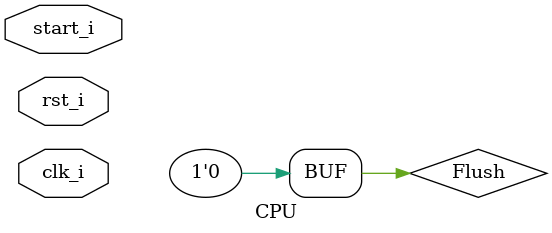
<source format=v>
module CPU
(
    clk_i, 
    rst_i,
    start_i
);

// Ports
input               clk_i;
input               rst_i;
input               start_i;

// ========================================

// PC
wire    [31:0]      pc_i;
wire    [31:0]      pc_o;

// Instruction
wire    [31:0]      IF_instruction;
wire    [31:0]      ID_instruction;
wire    [6:0]       ID_funct7;
wire    [2:0]       ID_funct3;
wire    [6:0]       ID_opcode;
wire    [4:0]       ID_RS1addr;
wire    [4:0]       ID_RS2addr;
wire    [4:0]       ID_RDaddr;
wire    [9:0]       ID_funct;
wire    [9:0]       EX_funct;
wire    [4:0]       EX_RDaddr;
wire    [4:0]       MEM_RDaddr;
wire    [4:0]       WB_RDaddr;

// Control signals
wire                ID_RegWrite;
wire                ID_MemtoReg;
wire                ID_MemRead;
wire                ID_MemWrite;
wire    [1:0]       ID_ALUOp;
wire                ID_ALUSrc;
wire                EX_RegWrite;
wire                EX_MemtoReg;
wire                EX_MemRead;
wire                EX_MemWrite;
wire    [1:0]       EX_ALUOp;
wire                EX_ALUSrc;
wire                MEM_RegWrite;
wire                MEM_MemtoReg;
wire                MEM_MemRead;
wire                MEM_MemWrite;
wire                WB_RegWrite;
wire                WB_MemtoReg;

// Register file
wire    [31:0]      ID_RS1data;
wire    [31:0]      ID_RS2data;
wire    [31:0]      EX_RS1data;
wire    [31:0]      EX_RS2data;
wire    [31:0]      MEM_RS2data;
wire    [31:0]      RDdata;

// Sign Extend
wire    [31:0]      ID_immediate;
wire    [31:0]      EX_immediate;

// Mux (One of ALU input)
wire    [31:0]      ALUInput2;

// ALU Control
wire    [2:0]       ALUCtrl;

// ALU
wire    [31:0]      EX_ALUResult;
wire    [31:0]      MEM_ALUResult;
wire    [31:0]      WB_ALUResult;

// Data Memory
wire    [31:0]      MEM_MemData;
wire    [31:0]      WB_MemData;

// Flush
wire                Flush;
assign Flush = 0;

// ========================================

// Instruction wire assignments
assign ID_funct7 = ID_instruction[31:25];
assign ID_RS2addr = ID_instruction[24:20];
assign ID_RS1addr = ID_instruction[19:15];
assign ID_funct3 = ID_instruction[14:12];
assign ID_RDaddr = ID_instruction[11:7];
assign ID_opcode = ID_instruction[6:0];
assign ID_funct = {ID_funct7, ID_funct3};

// ========================================
// Parameters

parameter OP_RTYPE = 7'b0110011;
parameter OP_ITYPE = 7'b0010011;
parameter OP_LOAD = 7'b0000011;
parameter OP_STORE = 7'b0100011;
parameter OP_BRANCH = 7'b1100011;

// ========================================
// Pipeline registers

IF_ID_Registers IF_ID_Registers(
    .clk_i          (clk_i),
    .rst_i          (rst_i),
    .instruction_i  (IF_instruction),
    .instruction_o  (ID_instruction)
);

ID_EX_Registers ID_EX_Registers (
    .clk_i          (clk_i),
    .rst_i          (rst_i),
    .RegWrite_i     (ID_RegWrite),
    .MemtoReg_i     (ID_MemtoReg),
    .MemRead_i      (ID_MemRead),
    .MemWrite_i     (ID_MemWrite),
    .ALUOp_i        (ID_ALUOp),
    .ALUSrc_i       (ID_ALUSrc),
    .RS1data_i      (ID_RS1data),
    .RS2data_i      (ID_RS2data),
    .immediate_i    (ID_immediate),
    .funct_i        (ID_funct),
    .RDaddr_i       (ID_RDaddr),
    .RegWrite_o     (EX_RegWrite),
    .MemtoReg_o     (EX_MemtoReg),
    .MemRead_o      (EX_MemRead),
    .MemWrite_o     (EX_MemWrite),
    .ALUOp_o        (EX_ALUOp),
    .ALUSrc_o       (EX_ALUSrc),
    .RS1data_o      (EX_RS1data),
    .RS2data_o      (EX_RS2data),
    .immediate_o    (EX_immediate),
    .funct_o        (EX_funct),
    .RDaddr_o       (EX_RDaddr)
);

EX_MEM_Registers EX_MEM_Registers (
    .clk_i          (clk_i),
    .rst_i          (rst_i),
    .RegWrite_i     (EX_RegWrite),
    .MemtoReg_i     (EX_MemtoReg),
    .MemRead_i      (EX_MemRead),
    .MemWrite_i     (EX_MemWrite),
    .ALUResult_i    (EX_ALUResult),
    .RS2data_i      (EX_RS2data),
    .RDaddr_i       (EX_RDaddr),
    .RegWrite_o     (MEM_RegWrite),
    .MemtoReg_o     (MEM_MemtoReg),
    .MemRead_o      (MEM_MemRead),
    .MemWrite_o     (MEM_MemWrite),
    .ALUResult_o    (MEM_ALUResult),
    .RS2data_o      (MEM_RS2data),
    .RDaddr_o       (MEM_RDaddr)
);

MEM_WB_Registers MEM_WB_Registers (
    .clk_i          (clk_i),
    .rst_i          (rst_i),
    .RegWrite_i     (MEM_RegWrite),
    .MemtoReg_i     (MEM_MemtoReg),
    .ALUResult_i    (MEM_ALUResult),
    .MemData_i      (MEM_MemData),
    .RDaddr_i       (MEM_RDaddr),
    .RegWrite_o     (WB_RegWrite),
    .MemtoReg_o     (WB_MemtoReg),
    .ALUResult_o    (WB_ALUResult),
    .MemData_o      (WB_MemData),
    .RDaddr_o       (WB_RDaddr)
);

// ========================================
// IF stage components

PC PC(
    .clk_i      (clk_i),
    .rst_i      (rst_i),
    .start_i    (start_i),
    .PCWrite_i  (1'b1),
    .pc_i       (pc_i),
    .pc_o       (pc_o)
);

Instruction_Memory Instruction_Memory(
    .addr_i     (pc_o), 
    .instr_o    (IF_instruction)
);

Adder Add_PC(
    .data1_in   (pc_o),
    .data2_in   (4),
    .data_o     (pc_i)
);

// ========================================
// ID stage components

Control Control(
    .Op_i       (ID_opcode),
    .RegWrite_o (ID_RegWrite),
    .MemtoReg_o (ID_MemtoReg),
    .MemRead_o  (ID_MemRead),
    .MemWrite_o (ID_MemWrite),
    .ALUOp_o    (ID_ALUOp),
    .ALUSrc_o   (ID_ALUSrc),
    .Branch_o   ()
);

Registers Registers(
    .clk_i      (clk_i),
    .RS1addr_i   (ID_RS1addr),
    .RS2addr_i   (ID_RS2addr),
    .RDaddr_i   (WB_RDaddr), 
    .RDdata_i   (RDdata),
    .RegWrite_i (WB_RegWrite), 
    .RS1data_o   (ID_RS1data), 
    .RS2data_o   (ID_RS2data) 
);

Sign_Extend Imm_Gen(
    .data_i     (ID_instruction),
    .data_o     (ID_immediate)
);
  
// ========================================
// EX stage components

MUX32 MUX_ALUInput(
    .data1_i    (EX_RS2data),
    .data2_i    (EX_immediate),
    .select_i   (EX_ALUSrc),
    .data_o     (ALUInput2)
);

ALU_Control ALU_Control(
    .funct_i    (EX_funct),
    .ALUOp_i    (EX_ALUOp),
    .ALUCtrl_o  (ALUCtrl)
);

ALU ALU(
    .data1_i    (EX_RS1data),
    .data2_i    (ALUInput2),
    .ALUCtrl_i  (ALUCtrl),
    .data_o     (EX_ALUResult),
    .Zero_o     ()
);

// ========================================
// MEM stage components

Data_Memory Data_Memory(
    .clk_i      (clk_i),
    .addr_i     (MEM_ALUResult),
    .MemRead_i  (MEM_MemRead),
    .MemWrite_i (MEM_MemWrite),
    .data_i     (MEM_RS2data),
    .data_o     (MEM_MemData)
);

// ========================================
// WB stage components

MUX32 MUX_RDdata(
    .data1_i    (WB_ALUResult),
    .data2_i    (WB_MemData),
    .select_i   (WB_MemtoReg),
    .data_o     (RDdata)
);

// ========================================
// Hazard Detection

Hazard_Detection Hazard_Detection(
    .Stall_o    ()
);

endmodule

</source>
